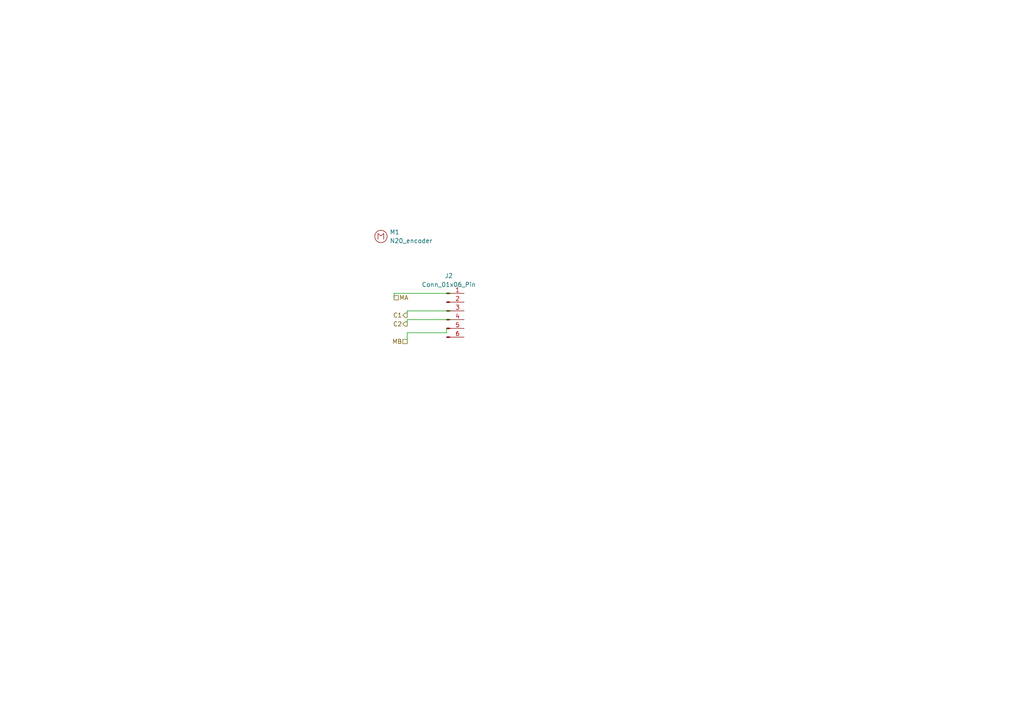
<source format=kicad_sch>
(kicad_sch (version 20230121) (generator eeschema)
  (paper "A4")
  (lib_symbols
    (symbol "Connector:Conn_01x06_Pin" (pin_names (offset 1.016) hide)
      (property "Reference" "J" (at 0 7.62 0))
      (property "Value" "Conn_01x06_Pin" (at 0 -10.16 0))
      (symbol "Conn_01x06_Pin_1_1"
        (polyline (pts (xy 1.27 -7.62) (xy 0.8636 -7.62)) (stroke (width 0.1524)))
        (polyline (pts (xy 1.27 -5.08) (xy 0.8636 -5.08)) (stroke (width 0.1524)))
        (polyline (pts (xy 1.27 -2.54) (xy 0.8636 -2.54)) (stroke (width 0.1524)))
        (polyline (pts (xy 1.27 0) (xy 0.8636 0)) (stroke (width 0.1524)))
        (polyline (pts (xy 1.27 2.54) (xy 0.8636 2.54)) (stroke (width 0.1524)))
        (polyline (pts (xy 1.27 5.08) (xy 0.8636 5.08)) (stroke (width 0.1524)))
        (rectangle (start 0.8636 -7.493) (end 0 -7.747) (stroke (width 0.1524)) (fill (type outline)))
        (rectangle (start 0.8636 -4.953) (end 0 -5.207) (stroke (width 0.1524)) (fill (type outline)))
        (rectangle (start 0.8636 -2.413) (end 0 -2.667) (stroke (width 0.1524)) (fill (type outline)))
        (rectangle (start 0.8636 0.127) (end 0 -0.127) (stroke (width 0.1524)) (fill (type outline)))
        (rectangle (start 0.8636 2.667) (end 0 2.413) (stroke (width 0.1524)) (fill (type outline)))
        (rectangle (start 0.8636 5.207) (end 0 4.953) (stroke (width 0.1524)) (fill (type outline)))
        (pin passive line (at 5.08 5.08 180) (length 3.81) (name "Pin_1") (number "1"))
        (pin passive line (at 5.08 2.54 180) (length 3.81) (name "Pin_2") (number "2"))
        (pin passive line (at 5.08 0 180) (length 3.81) (name "Pin_3") (number "3"))
        (pin passive line (at 5.08 -2.54 180) (length 3.81) (name "Pin_4") (number "4"))
        (pin passive line (at 5.08 -5.08 180) (length 3.81) (name "Pin_5") (number "5"))
        (pin passive line (at 5.08 -7.62 180) (length 3.81) (name "Pin_6") (number "6"))
      )
    )
    (symbol "minimouse:N20_w_encoder"
      (property "Reference" "M" (at -8.89 1.27 0))
      (property "Value" "N20_encoder" (at 0 -2.54 0))
      (symbol "N20_w_encoder_0_1"
        (polyline (pts (xy -0.8636 -0.8128) (xy -0.8636 0.8636) (xy 0 0.1524) (xy 0.8128 0.8636) (xy 0.8128 -0.8128)))
        (circle (center 0 0) (radius 1.7961))
      )
    )
  )
  (wire (pts (xy 118.11 93.98) (xy 118.11 92.71)))
  (wire (pts (xy 118.11 96.52) (xy 129.54 96.52)))
  (wire (pts (xy 118.11 91.44) (xy 118.11 90.17)))
  (wire (pts (xy 118.11 92.71) (xy 130.81 92.71)))
  (wire (pts (xy 118.11 99.06) (xy 118.11 96.52)))
  (wire (pts (xy 114.3 86.36) (xy 114.3 85.09)))
  (wire (pts (xy 129.54 95.25) (xy 129.54 96.52)))
  (wire (pts (xy 114.3 85.09) (xy 130.81 85.09)))
  (wire (pts (xy 118.11 90.17) (xy 130.81 90.17)))
  (hierarchical_label "C1" (shape output) (at 118.11 91.44 180))
  (hierarchical_label "C2" (shape output) (at 118.11 93.98 180))
  (hierarchical_label "MB" (shape passive) (at 118.11 99.06 180))
  (hierarchical_label "MA" (shape passive) (at 114.3 86.36 0))
  (symbol (lib_id "minimouse:N20_w_encoder") (at 110.49 68.58 0) (unit 1)
    (property "Reference" "M1" (at 113.03 67.31 0) (effects (justify left)))
    (property "Value" "N20_encoder" (at 113.03 69.85 0) (effects (justify left)))
    (property "Footprint" "minimouse:N20_with_encoder" (effects hide))
    (instances (project "minimouse" (path "" (reference "M1") (unit 1)) (path "" (reference "M2") (unit 1))))
  )
  (symbol (lib_id "Connector:Conn_01x06_Pin") (at 129.54 90.17 0) (unit 1)
    (property "Reference" "J2" (at 130.175 80.01 0))
    (property "Value" "Conn_01x06_Pin" (at 130.175 82.55 0))
    (instances (project "minimouse" (path "" (reference "J2") (unit 1)) (path "" (reference "J3") (unit 1))))
  )
)
</source>
